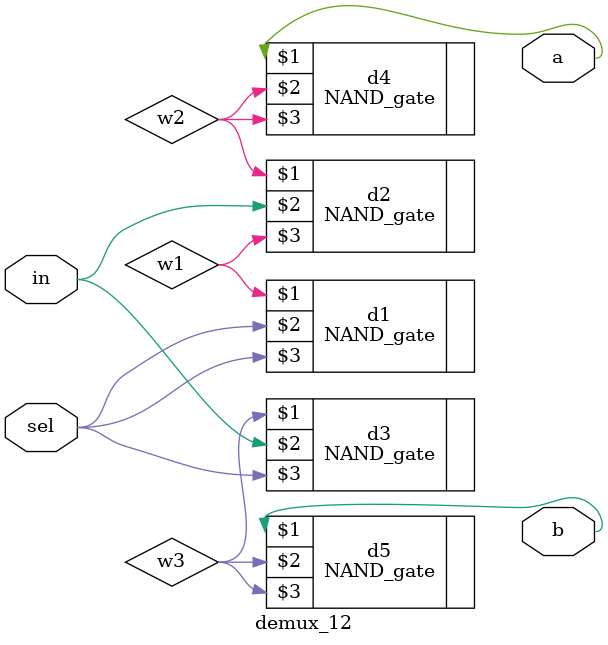
<source format=v>
`timescale 1ns / 1ps
module demux_12(a ,b, in, sel);
output a,b;
input in, sel;
wire w1, w2, w3;

NAND_gate d1 (w1, sel, sel);
NAND_gate d2 (w2, in, w1);
NAND_gate d3 (w3, in, sel);
NAND_gate d4 (a, w2, w2);
NAND_gate d5 (b, w3, w3);
endmodule

</source>
